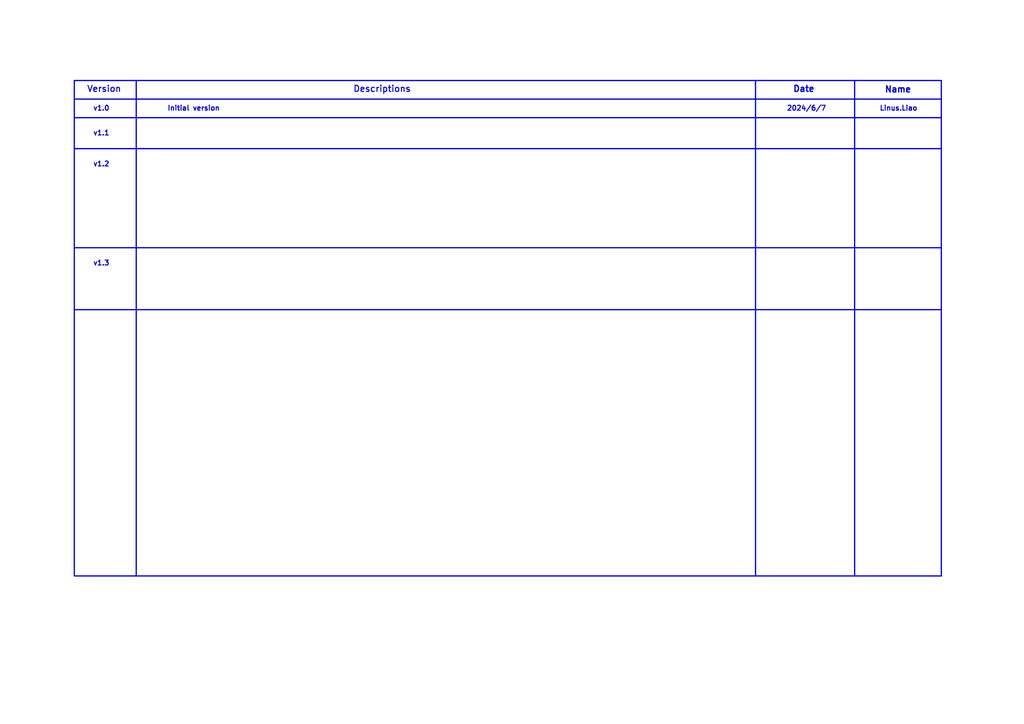
<source format=kicad_sch>
(kicad_sch
	(version 20231120)
	(generator "eeschema")
	(generator_version "8.0")
	(uuid "832cb026-c6dd-4ec3-917d-190aba257bc9")
	(paper "A3")
	(title_block
		(title "01 Description")
		(date "2024-10-22")
		(rev "v0.9")
	)
	(lib_symbols)
	(polyline
		(pts
			(xy 30.48 101.6) (xy 386.08 101.6)
		)
		(stroke
			(width 0.508)
			(type default)
		)
		(uuid "22ca4869-0a3b-4120-89bb-b31ffa388bac")
	)
	(polyline
		(pts
			(xy 30.48 40.64) (xy 386.08 40.64)
		)
		(stroke
			(width 0.508)
			(type default)
		)
		(uuid "3ea21d17-0c8c-454e-af8d-f3a6323e1abd")
	)
	(polyline
		(pts
			(xy 309.88 33.02) (xy 309.88 236.22)
		)
		(stroke
			(width 0.508)
			(type default)
		)
		(uuid "58d787de-e347-404d-9aa6-0372e1c629ce")
	)
	(polyline
		(pts
			(xy 55.88 33.02) (xy 55.88 236.22)
		)
		(stroke
			(width 0.508)
			(type default)
		)
		(uuid "a6f47119-ac8f-42e7-b8a5-e4ad48db86f5")
	)
	(polyline
		(pts
			(xy 350.52 33.02) (xy 350.52 236.22)
		)
		(stroke
			(width 0.508)
			(type default)
		)
		(uuid "bf9f87e4-81a7-4f8b-8489-4880d10c1011")
	)
	(polyline
		(pts
			(xy 30.48 127) (xy 386.08 127)
		)
		(stroke
			(width 0.508)
			(type default)
		)
		(uuid "d45b316a-c421-45fc-8aed-ba73547a8274")
	)
	(polyline
		(pts
			(xy 30.48 60.96) (xy 386.08 60.96)
		)
		(stroke
			(width 0.508)
			(type default)
		)
		(uuid "ed1e8109-0ea9-41d9-b90f-a5157af5ea2f")
	)
	(polyline
		(pts
			(xy 30.48 48.26) (xy 386.08 48.26)
		)
		(stroke
			(width 0.508)
			(type default)
		)
		(uuid "f19122a2-d924-4f7d-b3d2-0243161e8cc8")
	)
	(rectangle
		(start 30.48 33.02)
		(end 386.08 236.22)
		(stroke
			(width 0.508)
			(type default)
		)
		(fill
			(type none)
		)
		(uuid 1463027d-f69e-424e-acd1-c9ae76e3f3cc)
	)
	(text "Date"
		(exclude_from_sim no)
		(at 325.12 38.1 0)
		(effects
			(font
				(size 2.54 2.54)
				(bold yes)
			)
			(justify left bottom)
		)
		(uuid "197451d6-f07e-4335-a68d-08ba0f7aaf87")
	)
	(text "Descriptions"
		(exclude_from_sim no)
		(at 144.78 38.1 0)
		(effects
			(font
				(size 2.54 2.54)
				(thickness 0.4064)
				(bold yes)
			)
			(justify left bottom)
		)
		(uuid "2b6fc382-621c-4fcb-a854-e33f11788af6")
	)
	(text "Version"
		(exclude_from_sim no)
		(at 35.56 38.1 0)
		(effects
			(font
				(size 2.54 2.54)
				(thickness 0.4064)
				(bold yes)
			)
			(justify left bottom)
		)
		(uuid "41bc0250-8cb5-46ab-8090-1d4685e69dd0")
	)
	(text "Name"
		(exclude_from_sim no)
		(at 368.3 36.83 0)
		(effects
			(font
				(size 2.54 2.54)
				(bold yes)
			)
		)
		(uuid "438adfc1-b8e9-4f13-80b1-94e24247988b")
	)
	(text "v1.1"
		(exclude_from_sim no)
		(at 38.1 55.88 0)
		(effects
			(font
				(size 2.032 2.032)
				(bold yes)
			)
			(justify left bottom)
		)
		(uuid "49a7bb45-6064-488c-b161-1029faef36ad")
	)
	(text "v1.0"
		(exclude_from_sim no)
		(at 38.1 45.72 0)
		(effects
			(font
				(size 2.032 2.032)
				(bold yes)
			)
			(justify left bottom)
		)
		(uuid "725dccdd-66a5-4e40-bb29-591dccb5f217")
	)
	(text "v1.2"
		(exclude_from_sim no)
		(at 38.1 68.58 0)
		(effects
			(font
				(size 2.032 2.032)
				(bold yes)
			)
			(justify left bottom)
		)
		(uuid "73e1c3dd-42ea-4f5d-b629-6bb6e6a35bd7")
	)
	(text "Linus.Liao"
		(exclude_from_sim no)
		(at 360.68 45.72 0)
		(effects
			(font
				(size 2.032 2.032)
				(bold yes)
			)
			(justify left bottom)
		)
		(uuid "85a2b656-8598-4a69-8c22-9c07e5fea1bb")
	)
	(text "2024/6/7"
		(exclude_from_sim no)
		(at 322.58 45.72 0)
		(effects
			(font
				(size 2.032 2.032)
				(bold yes)
			)
			(justify left bottom)
		)
		(uuid "c64e6312-df14-4caf-b9b0-71ed82ec7eeb")
	)
	(text "Initial version"
		(exclude_from_sim no)
		(at 68.58 45.72 0)
		(effects
			(font
				(size 2.032 2.032)
				(bold yes)
			)
			(justify left bottom)
		)
		(uuid "d9dddc5a-3133-4834-9940-9b577cec1336")
	)
	(text "v1.3"
		(exclude_from_sim no)
		(at 38.1 109.22 0)
		(effects
			(font
				(size 2.032 2.032)
				(bold yes)
			)
			(justify left bottom)
		)
		(uuid "e85e31ad-a981-40ca-a57b-625a4076072b")
	)
)

</source>
